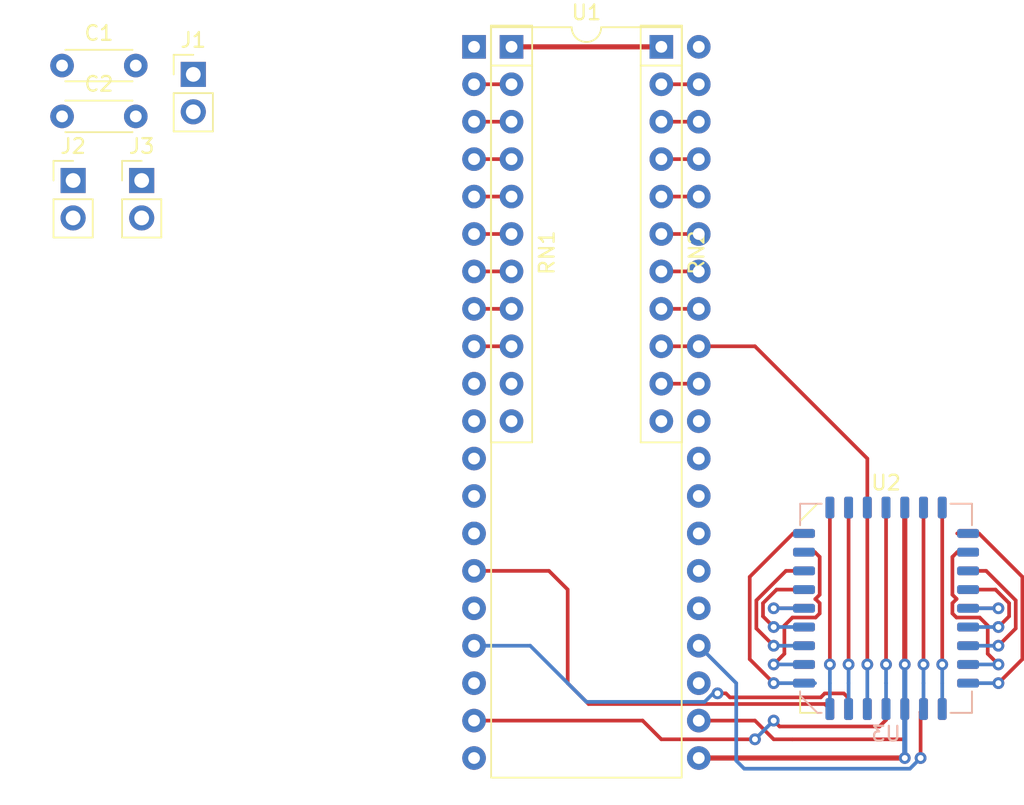
<source format=kicad_pcb>
(kicad_pcb (version 20171130) (host pcbnew 5.1.5+dfsg1-2)

  (general
    (thickness 1.6)
    (drawings 0)
    (tracks 182)
    (zones 0)
    (modules 10)
    (nets 41)
  )

  (page A4)
  (layers
    (0 F.Cu signal)
    (31 B.Cu signal)
    (32 B.Adhes user)
    (33 F.Adhes user)
    (34 B.Paste user)
    (35 F.Paste user)
    (36 B.SilkS user)
    (37 F.SilkS user)
    (38 B.Mask user)
    (39 F.Mask user)
    (40 Dwgs.User user)
    (41 Cmts.User user)
    (42 Eco1.User user)
    (43 Eco2.User user)
    (44 Edge.Cuts user)
    (45 Margin user)
    (46 B.CrtYd user)
    (47 F.CrtYd user)
    (48 B.Fab user)
    (49 F.Fab user)
  )

  (setup
    (last_trace_width 0.25)
    (trace_clearance 0.2)
    (zone_clearance 0.508)
    (zone_45_only no)
    (trace_min 0.2)
    (via_size 0.8)
    (via_drill 0.4)
    (via_min_size 0.4)
    (via_min_drill 0.3)
    (uvia_size 0.3)
    (uvia_drill 0.1)
    (uvias_allowed no)
    (uvia_min_size 0.2)
    (uvia_min_drill 0.1)
    (edge_width 0.1)
    (segment_width 0.2)
    (pcb_text_width 0.3)
    (pcb_text_size 1.5 1.5)
    (mod_edge_width 0.15)
    (mod_text_size 1 1)
    (mod_text_width 0.15)
    (pad_size 1.524 1.524)
    (pad_drill 0.762)
    (pad_to_mask_clearance 0)
    (aux_axis_origin 0 0)
    (visible_elements 7FFFFFFF)
    (pcbplotparams
      (layerselection 0x010fc_ffffffff)
      (usegerberextensions false)
      (usegerberattributes false)
      (usegerberadvancedattributes false)
      (creategerberjobfile false)
      (excludeedgelayer true)
      (linewidth 0.100000)
      (plotframeref false)
      (viasonmask false)
      (mode 1)
      (useauxorigin false)
      (hpglpennumber 1)
      (hpglpenspeed 20)
      (hpglpendiameter 15.000000)
      (psnegative false)
      (psa4output false)
      (plotreference true)
      (plotvalue true)
      (plotinvisibletext false)
      (padsonsilk false)
      (subtractmaskfromsilk false)
      (outputformat 1)
      (mirror false)
      (drillshape 1)
      (scaleselection 1)
      (outputdirectory ""))
  )

  (net 0 "")
  (net 1 GND)
  (net 2 VCC)
  (net 3 /A18)
  (net 4 /A19)
  (net 5 /A8)
  (net 6 /A0)
  (net 7 /A1)
  (net 8 /A2)
  (net 9 /A3)
  (net 10 /A4)
  (net 11 /A5)
  (net 12 /A6)
  (net 13 /A7)
  (net 14 /A17)
  (net 15 /A16)
  (net 16 /A15)
  (net 17 /A14)
  (net 18 /A13)
  (net 19 /A12)
  (net 20 /A11)
  (net 21 /A10)
  (net 22 /A9)
  (net 23 /D3-H)
  (net 24 /D3-L)
  (net 25 /D2-H)
  (net 26 /D2-L)
  (net 27 /D1-H)
  (net 28 /D1-L)
  (net 29 /D0-H)
  (net 30 /D0-L)
  (net 31 /~OE)
  (net 32 /~CE)
  (net 33 /D7-H)
  (net 34 /D7-L)
  (net 35 /D6-H)
  (net 36 /D6-L)
  (net 37 /D5-H)
  (net 38 /D5-L)
  (net 39 /D4-H)
  (net 40 /D4-L)

  (net_class Default "This is the default net class."
    (clearance 0.2)
    (trace_width 0.25)
    (via_dia 0.8)
    (via_drill 0.4)
    (uvia_dia 0.3)
    (uvia_drill 0.1)
    (add_net /A0)
    (add_net /A1)
    (add_net /A10)
    (add_net /A11)
    (add_net /A12)
    (add_net /A13)
    (add_net /A14)
    (add_net /A15)
    (add_net /A16)
    (add_net /A17)
    (add_net /A18)
    (add_net /A19)
    (add_net /A2)
    (add_net /A3)
    (add_net /A4)
    (add_net /A5)
    (add_net /A6)
    (add_net /A7)
    (add_net /A8)
    (add_net /A9)
    (add_net /D0-H)
    (add_net /D0-L)
    (add_net /D1-H)
    (add_net /D1-L)
    (add_net /D2-H)
    (add_net /D2-L)
    (add_net /D3-H)
    (add_net /D3-L)
    (add_net /D4-H)
    (add_net /D4-L)
    (add_net /D5-H)
    (add_net /D5-L)
    (add_net /D6-H)
    (add_net /D6-L)
    (add_net /D7-H)
    (add_net /D7-L)
    (add_net /~CE)
    (add_net /~OE)
  )

  (net_class POWER ""
    (clearance 0.2)
    (trace_width 0.35)
    (via_dia 0.8)
    (via_drill 0.4)
    (uvia_dia 0.3)
    (uvia_drill 0.1)
    (add_net GND)
    (add_net VCC)
  )

  (module Package_LCC:PLCC-32_11.4x14.0mm_P1.27mm (layer B.Cu) (tedit 5B298677) (tstamp 5E2AD0CA)
    (at 138.43 113.03)
    (descr "PLCC, 32 Pin (http://ww1.microchip.com/downloads/en/DeviceDoc/doc0015.pdf), generated with kicad-footprint-generator ipc_plcc_jLead_generator.py")
    (tags "PLCC LCC")
    (path /5E28F9D8)
    (attr smd)
    (fp_text reference U3 (at 0 8.52) (layer B.SilkS)
      (effects (font (size 1 1) (thickness 0.15)) (justify mirror))
    )
    (fp_text value 27C080-L (at 0 -8.52) (layer B.Fab)
      (effects (font (size 1 1) (thickness 0.15)) (justify mirror))
    )
    (fp_text user %R (at 0 0) (layer B.Fab)
      (effects (font (size 1 1) (thickness 0.15)) (justify mirror))
    )
    (fp_line (start -6.55 5.63) (end -6.55 0) (layer B.CrtYd) (width 0.05))
    (fp_line (start -5.96 5.63) (end -6.55 5.63) (layer B.CrtYd) (width 0.05))
    (fp_line (start -5.96 5.95) (end -5.96 5.63) (layer B.CrtYd) (width 0.05))
    (fp_line (start -4.68 7.23) (end -5.96 5.95) (layer B.CrtYd) (width 0.05))
    (fp_line (start -4.36 7.23) (end -4.68 7.23) (layer B.CrtYd) (width 0.05))
    (fp_line (start -4.36 7.82) (end -4.36 7.23) (layer B.CrtYd) (width 0.05))
    (fp_line (start 0 7.82) (end -4.36 7.82) (layer B.CrtYd) (width 0.05))
    (fp_line (start 6.55 -5.63) (end 6.55 0) (layer B.CrtYd) (width 0.05))
    (fp_line (start 5.96 -5.63) (end 6.55 -5.63) (layer B.CrtYd) (width 0.05))
    (fp_line (start 5.96 -7.23) (end 5.96 -5.63) (layer B.CrtYd) (width 0.05))
    (fp_line (start 4.36 -7.23) (end 5.96 -7.23) (layer B.CrtYd) (width 0.05))
    (fp_line (start 4.36 -7.82) (end 4.36 -7.23) (layer B.CrtYd) (width 0.05))
    (fp_line (start 0 -7.82) (end 4.36 -7.82) (layer B.CrtYd) (width 0.05))
    (fp_line (start -6.55 -5.63) (end -6.55 0) (layer B.CrtYd) (width 0.05))
    (fp_line (start -5.96 -5.63) (end -6.55 -5.63) (layer B.CrtYd) (width 0.05))
    (fp_line (start -5.96 -7.23) (end -5.96 -5.63) (layer B.CrtYd) (width 0.05))
    (fp_line (start -4.36 -7.23) (end -5.96 -7.23) (layer B.CrtYd) (width 0.05))
    (fp_line (start -4.36 -7.82) (end -4.36 -7.23) (layer B.CrtYd) (width 0.05))
    (fp_line (start 0 -7.82) (end -4.36 -7.82) (layer B.CrtYd) (width 0.05))
    (fp_line (start 6.55 5.63) (end 6.55 0) (layer B.CrtYd) (width 0.05))
    (fp_line (start 5.96 5.63) (end 6.55 5.63) (layer B.CrtYd) (width 0.05))
    (fp_line (start 5.96 7.23) (end 5.96 5.63) (layer B.CrtYd) (width 0.05))
    (fp_line (start 4.36 7.23) (end 5.96 7.23) (layer B.CrtYd) (width 0.05))
    (fp_line (start 4.36 7.82) (end 4.36 7.23) (layer B.CrtYd) (width 0.05))
    (fp_line (start 0 7.82) (end 4.36 7.82) (layer B.CrtYd) (width 0.05))
    (fp_line (start -0.5 6.985) (end 0 6.277893) (layer B.Fab) (width 0.1))
    (fp_line (start -4.575 6.985) (end -0.5 6.985) (layer B.Fab) (width 0.1))
    (fp_line (start -5.715 5.845) (end -4.575 6.985) (layer B.Fab) (width 0.1))
    (fp_line (start -5.715 -6.985) (end -5.715 5.845) (layer B.Fab) (width 0.1))
    (fp_line (start 5.715 -6.985) (end -5.715 -6.985) (layer B.Fab) (width 0.1))
    (fp_line (start 5.715 6.985) (end 5.715 -6.985) (layer B.Fab) (width 0.1))
    (fp_line (start 0.5 6.985) (end 5.715 6.985) (layer B.Fab) (width 0.1))
    (fp_line (start 0 6.277893) (end 0.5 6.985) (layer B.Fab) (width 0.1))
    (fp_line (start -5.825 5.922782) (end -5.825 5.64) (layer B.SilkS) (width 0.12))
    (fp_line (start -4.652782 7.095) (end -5.825 5.922782) (layer B.SilkS) (width 0.12))
    (fp_line (start -4.37 7.095) (end -4.652782 7.095) (layer B.SilkS) (width 0.12))
    (fp_line (start 5.825 -7.095) (end 5.825 -5.64) (layer B.SilkS) (width 0.12))
    (fp_line (start 4.37 -7.095) (end 5.825 -7.095) (layer B.SilkS) (width 0.12))
    (fp_line (start -5.825 -7.095) (end -5.825 -5.64) (layer B.SilkS) (width 0.12))
    (fp_line (start -4.37 -7.095) (end -5.825 -7.095) (layer B.SilkS) (width 0.12))
    (fp_line (start 5.825 7.095) (end 5.825 5.64) (layer B.SilkS) (width 0.12))
    (fp_line (start 4.37 7.095) (end 5.825 7.095) (layer B.SilkS) (width 0.12))
    (pad 32 smd roundrect (at 1.27 6.8375) (size 0.6 1.475) (layers B.Cu B.Paste B.Mask) (roundrect_rratio 0.25)
      (net 2 VCC))
    (pad 31 smd roundrect (at 2.54 6.8375) (size 0.6 1.475) (layers B.Cu B.Paste B.Mask) (roundrect_rratio 0.25)
      (net 3 /A18))
    (pad 30 smd roundrect (at 3.81 6.8375) (size 0.6 1.475) (layers B.Cu B.Paste B.Mask) (roundrect_rratio 0.25)
      (net 14 /A17))
    (pad 29 smd roundrect (at 5.5625 5.08) (size 1.475 0.6) (layers B.Cu B.Paste B.Mask) (roundrect_rratio 0.25)
      (net 17 /A14))
    (pad 28 smd roundrect (at 5.5625 3.81) (size 1.475 0.6) (layers B.Cu B.Paste B.Mask) (roundrect_rratio 0.25)
      (net 18 /A13))
    (pad 27 smd roundrect (at 5.5625 2.54) (size 1.475 0.6) (layers B.Cu B.Paste B.Mask) (roundrect_rratio 0.25)
      (net 5 /A8))
    (pad 26 smd roundrect (at 5.5625 1.27) (size 1.475 0.6) (layers B.Cu B.Paste B.Mask) (roundrect_rratio 0.25)
      (net 22 /A9))
    (pad 25 smd roundrect (at 5.5625 0) (size 1.475 0.6) (layers B.Cu B.Paste B.Mask) (roundrect_rratio 0.25)
      (net 20 /A11))
    (pad 24 smd roundrect (at 5.5625 -1.27) (size 1.475 0.6) (layers B.Cu B.Paste B.Mask) (roundrect_rratio 0.25)
      (net 31 /~OE))
    (pad 23 smd roundrect (at 5.5625 -2.54) (size 1.475 0.6) (layers B.Cu B.Paste B.Mask) (roundrect_rratio 0.25)
      (net 21 /A10))
    (pad 22 smd roundrect (at 5.5625 -3.81) (size 1.475 0.6) (layers B.Cu B.Paste B.Mask) (roundrect_rratio 0.25)
      (net 32 /~CE))
    (pad 21 smd roundrect (at 5.5625 -5.08) (size 1.475 0.6) (layers B.Cu B.Paste B.Mask) (roundrect_rratio 0.25)
      (net 33 /D7-H))
    (pad 20 smd roundrect (at 3.81 -6.8375) (size 0.6 1.475) (layers B.Cu B.Paste B.Mask) (roundrect_rratio 0.25)
      (net 35 /D6-H))
    (pad 19 smd roundrect (at 2.54 -6.8375) (size 0.6 1.475) (layers B.Cu B.Paste B.Mask) (roundrect_rratio 0.25)
      (net 37 /D5-H))
    (pad 18 smd roundrect (at 1.27 -6.8375) (size 0.6 1.475) (layers B.Cu B.Paste B.Mask) (roundrect_rratio 0.25)
      (net 39 /D4-H))
    (pad 17 smd roundrect (at 0 -6.8375) (size 0.6 1.475) (layers B.Cu B.Paste B.Mask) (roundrect_rratio 0.25)
      (net 23 /D3-H))
    (pad 16 smd roundrect (at -1.27 -6.8375) (size 0.6 1.475) (layers B.Cu B.Paste B.Mask) (roundrect_rratio 0.25)
      (net 1 GND))
    (pad 15 smd roundrect (at -2.54 -6.8375) (size 0.6 1.475) (layers B.Cu B.Paste B.Mask) (roundrect_rratio 0.25)
      (net 25 /D2-H))
    (pad 14 smd roundrect (at -3.81 -6.8375) (size 0.6 1.475) (layers B.Cu B.Paste B.Mask) (roundrect_rratio 0.25)
      (net 27 /D1-H))
    (pad 13 smd roundrect (at -5.5625 -5.08) (size 1.475 0.6) (layers B.Cu B.Paste B.Mask) (roundrect_rratio 0.25)
      (net 29 /D0-H))
    (pad 12 smd roundrect (at -5.5625 -3.81) (size 1.475 0.6) (layers B.Cu B.Paste B.Mask) (roundrect_rratio 0.25)
      (net 6 /A0))
    (pad 11 smd roundrect (at -5.5625 -2.54) (size 1.475 0.6) (layers B.Cu B.Paste B.Mask) (roundrect_rratio 0.25)
      (net 7 /A1))
    (pad 10 smd roundrect (at -5.5625 -1.27) (size 1.475 0.6) (layers B.Cu B.Paste B.Mask) (roundrect_rratio 0.25)
      (net 8 /A2))
    (pad 9 smd roundrect (at -5.5625 0) (size 1.475 0.6) (layers B.Cu B.Paste B.Mask) (roundrect_rratio 0.25)
      (net 9 /A3))
    (pad 8 smd roundrect (at -5.5625 1.27) (size 1.475 0.6) (layers B.Cu B.Paste B.Mask) (roundrect_rratio 0.25)
      (net 10 /A4))
    (pad 7 smd roundrect (at -5.5625 2.54) (size 1.475 0.6) (layers B.Cu B.Paste B.Mask) (roundrect_rratio 0.25)
      (net 11 /A5))
    (pad 6 smd roundrect (at -5.5625 3.81) (size 1.475 0.6) (layers B.Cu B.Paste B.Mask) (roundrect_rratio 0.25)
      (net 12 /A6))
    (pad 5 smd roundrect (at -5.5625 5.08) (size 1.475 0.6) (layers B.Cu B.Paste B.Mask) (roundrect_rratio 0.25)
      (net 13 /A7))
    (pad 4 smd roundrect (at -3.81 6.8375) (size 0.6 1.475) (layers B.Cu B.Paste B.Mask) (roundrect_rratio 0.25)
      (net 19 /A12))
    (pad 3 smd roundrect (at -2.54 6.8375) (size 0.6 1.475) (layers B.Cu B.Paste B.Mask) (roundrect_rratio 0.25)
      (net 16 /A15))
    (pad 2 smd roundrect (at -1.27 6.8375) (size 0.6 1.475) (layers B.Cu B.Paste B.Mask) (roundrect_rratio 0.25)
      (net 15 /A16))
    (pad 1 smd roundrect (at 0 6.8375) (size 0.6 1.475) (layers B.Cu B.Paste B.Mask) (roundrect_rratio 0.25)
      (net 4 /A19))
    (model ${KISYS3DMOD}/Package_LCC.3dshapes/PLCC-32_11.4x14.0mm_P1.27mm.wrl
      (at (xyz 0 0 0))
      (scale (xyz 1 1 1))
      (rotate (xyz 0 0 0))
    )
  )

  (module Package_LCC:PLCC-32_11.4x14.0mm_P1.27mm (layer F.Cu) (tedit 5B298677) (tstamp 5E2AD07B)
    (at 138.43 113.03)
    (descr "PLCC, 32 Pin (http://ww1.microchip.com/downloads/en/DeviceDoc/doc0015.pdf), generated with kicad-footprint-generator ipc_plcc_jLead_generator.py")
    (tags "PLCC LCC")
    (path /5E300279)
    (attr smd)
    (fp_text reference U2 (at 0 -8.52) (layer F.SilkS)
      (effects (font (size 1 1) (thickness 0.15)))
    )
    (fp_text value 27C080-L (at 0 8.52) (layer F.Fab)
      (effects (font (size 1 1) (thickness 0.15)))
    )
    (fp_text user %R (at 0 0) (layer F.Fab)
      (effects (font (size 1 1) (thickness 0.15)))
    )
    (fp_line (start -6.55 -5.63) (end -6.55 0) (layer F.CrtYd) (width 0.05))
    (fp_line (start -5.96 -5.63) (end -6.55 -5.63) (layer F.CrtYd) (width 0.05))
    (fp_line (start -5.96 -5.95) (end -5.96 -5.63) (layer F.CrtYd) (width 0.05))
    (fp_line (start -4.68 -7.23) (end -5.96 -5.95) (layer F.CrtYd) (width 0.05))
    (fp_line (start -4.36 -7.23) (end -4.68 -7.23) (layer F.CrtYd) (width 0.05))
    (fp_line (start -4.36 -7.82) (end -4.36 -7.23) (layer F.CrtYd) (width 0.05))
    (fp_line (start 0 -7.82) (end -4.36 -7.82) (layer F.CrtYd) (width 0.05))
    (fp_line (start 6.55 5.63) (end 6.55 0) (layer F.CrtYd) (width 0.05))
    (fp_line (start 5.96 5.63) (end 6.55 5.63) (layer F.CrtYd) (width 0.05))
    (fp_line (start 5.96 7.23) (end 5.96 5.63) (layer F.CrtYd) (width 0.05))
    (fp_line (start 4.36 7.23) (end 5.96 7.23) (layer F.CrtYd) (width 0.05))
    (fp_line (start 4.36 7.82) (end 4.36 7.23) (layer F.CrtYd) (width 0.05))
    (fp_line (start 0 7.82) (end 4.36 7.82) (layer F.CrtYd) (width 0.05))
    (fp_line (start -6.55 5.63) (end -6.55 0) (layer F.CrtYd) (width 0.05))
    (fp_line (start -5.96 5.63) (end -6.55 5.63) (layer F.CrtYd) (width 0.05))
    (fp_line (start -5.96 7.23) (end -5.96 5.63) (layer F.CrtYd) (width 0.05))
    (fp_line (start -4.36 7.23) (end -5.96 7.23) (layer F.CrtYd) (width 0.05))
    (fp_line (start -4.36 7.82) (end -4.36 7.23) (layer F.CrtYd) (width 0.05))
    (fp_line (start 0 7.82) (end -4.36 7.82) (layer F.CrtYd) (width 0.05))
    (fp_line (start 6.55 -5.63) (end 6.55 0) (layer F.CrtYd) (width 0.05))
    (fp_line (start 5.96 -5.63) (end 6.55 -5.63) (layer F.CrtYd) (width 0.05))
    (fp_line (start 5.96 -7.23) (end 5.96 -5.63) (layer F.CrtYd) (width 0.05))
    (fp_line (start 4.36 -7.23) (end 5.96 -7.23) (layer F.CrtYd) (width 0.05))
    (fp_line (start 4.36 -7.82) (end 4.36 -7.23) (layer F.CrtYd) (width 0.05))
    (fp_line (start 0 -7.82) (end 4.36 -7.82) (layer F.CrtYd) (width 0.05))
    (fp_line (start -0.5 -6.985) (end 0 -6.277893) (layer F.Fab) (width 0.1))
    (fp_line (start -4.575 -6.985) (end -0.5 -6.985) (layer F.Fab) (width 0.1))
    (fp_line (start -5.715 -5.845) (end -4.575 -6.985) (layer F.Fab) (width 0.1))
    (fp_line (start -5.715 6.985) (end -5.715 -5.845) (layer F.Fab) (width 0.1))
    (fp_line (start 5.715 6.985) (end -5.715 6.985) (layer F.Fab) (width 0.1))
    (fp_line (start 5.715 -6.985) (end 5.715 6.985) (layer F.Fab) (width 0.1))
    (fp_line (start 0.5 -6.985) (end 5.715 -6.985) (layer F.Fab) (width 0.1))
    (fp_line (start 0 -6.277893) (end 0.5 -6.985) (layer F.Fab) (width 0.1))
    (fp_line (start -5.825 -5.922782) (end -5.825 -5.64) (layer F.SilkS) (width 0.12))
    (fp_line (start -4.652782 -7.095) (end -5.825 -5.922782) (layer F.SilkS) (width 0.12))
    (fp_line (start -4.37 -7.095) (end -4.652782 -7.095) (layer F.SilkS) (width 0.12))
    (fp_line (start 5.825 7.095) (end 5.825 5.64) (layer F.SilkS) (width 0.12))
    (fp_line (start 4.37 7.095) (end 5.825 7.095) (layer F.SilkS) (width 0.12))
    (fp_line (start -5.825 7.095) (end -5.825 5.64) (layer F.SilkS) (width 0.12))
    (fp_line (start -4.37 7.095) (end -5.825 7.095) (layer F.SilkS) (width 0.12))
    (fp_line (start 5.825 -7.095) (end 5.825 -5.64) (layer F.SilkS) (width 0.12))
    (fp_line (start 4.37 -7.095) (end 5.825 -7.095) (layer F.SilkS) (width 0.12))
    (pad 32 smd roundrect (at 1.27 -6.8375) (size 0.6 1.475) (layers F.Cu F.Paste F.Mask) (roundrect_rratio 0.25)
      (net 2 VCC))
    (pad 31 smd roundrect (at 2.54 -6.8375) (size 0.6 1.475) (layers F.Cu F.Paste F.Mask) (roundrect_rratio 0.25)
      (net 3 /A18))
    (pad 30 smd roundrect (at 3.81 -6.8375) (size 0.6 1.475) (layers F.Cu F.Paste F.Mask) (roundrect_rratio 0.25)
      (net 14 /A17))
    (pad 29 smd roundrect (at 5.5625 -5.08) (size 1.475 0.6) (layers F.Cu F.Paste F.Mask) (roundrect_rratio 0.25)
      (net 17 /A14))
    (pad 28 smd roundrect (at 5.5625 -3.81) (size 1.475 0.6) (layers F.Cu F.Paste F.Mask) (roundrect_rratio 0.25)
      (net 18 /A13))
    (pad 27 smd roundrect (at 5.5625 -2.54) (size 1.475 0.6) (layers F.Cu F.Paste F.Mask) (roundrect_rratio 0.25)
      (net 5 /A8))
    (pad 26 smd roundrect (at 5.5625 -1.27) (size 1.475 0.6) (layers F.Cu F.Paste F.Mask) (roundrect_rratio 0.25)
      (net 22 /A9))
    (pad 25 smd roundrect (at 5.5625 0) (size 1.475 0.6) (layers F.Cu F.Paste F.Mask) (roundrect_rratio 0.25)
      (net 20 /A11))
    (pad 24 smd roundrect (at 5.5625 1.27) (size 1.475 0.6) (layers F.Cu F.Paste F.Mask) (roundrect_rratio 0.25)
      (net 31 /~OE))
    (pad 23 smd roundrect (at 5.5625 2.54) (size 1.475 0.6) (layers F.Cu F.Paste F.Mask) (roundrect_rratio 0.25)
      (net 21 /A10))
    (pad 22 smd roundrect (at 5.5625 3.81) (size 1.475 0.6) (layers F.Cu F.Paste F.Mask) (roundrect_rratio 0.25)
      (net 32 /~CE))
    (pad 21 smd roundrect (at 5.5625 5.08) (size 1.475 0.6) (layers F.Cu F.Paste F.Mask) (roundrect_rratio 0.25)
      (net 34 /D7-L))
    (pad 20 smd roundrect (at 3.81 6.8375) (size 0.6 1.475) (layers F.Cu F.Paste F.Mask) (roundrect_rratio 0.25)
      (net 36 /D6-L))
    (pad 19 smd roundrect (at 2.54 6.8375) (size 0.6 1.475) (layers F.Cu F.Paste F.Mask) (roundrect_rratio 0.25)
      (net 38 /D5-L))
    (pad 18 smd roundrect (at 1.27 6.8375) (size 0.6 1.475) (layers F.Cu F.Paste F.Mask) (roundrect_rratio 0.25)
      (net 40 /D4-L))
    (pad 17 smd roundrect (at 0 6.8375) (size 0.6 1.475) (layers F.Cu F.Paste F.Mask) (roundrect_rratio 0.25)
      (net 24 /D3-L))
    (pad 16 smd roundrect (at -1.27 6.8375) (size 0.6 1.475) (layers F.Cu F.Paste F.Mask) (roundrect_rratio 0.25)
      (net 1 GND))
    (pad 15 smd roundrect (at -2.54 6.8375) (size 0.6 1.475) (layers F.Cu F.Paste F.Mask) (roundrect_rratio 0.25)
      (net 26 /D2-L))
    (pad 14 smd roundrect (at -3.81 6.8375) (size 0.6 1.475) (layers F.Cu F.Paste F.Mask) (roundrect_rratio 0.25)
      (net 28 /D1-L))
    (pad 13 smd roundrect (at -5.5625 5.08) (size 1.475 0.6) (layers F.Cu F.Paste F.Mask) (roundrect_rratio 0.25)
      (net 30 /D0-L))
    (pad 12 smd roundrect (at -5.5625 3.81) (size 1.475 0.6) (layers F.Cu F.Paste F.Mask) (roundrect_rratio 0.25)
      (net 6 /A0))
    (pad 11 smd roundrect (at -5.5625 2.54) (size 1.475 0.6) (layers F.Cu F.Paste F.Mask) (roundrect_rratio 0.25)
      (net 7 /A1))
    (pad 10 smd roundrect (at -5.5625 1.27) (size 1.475 0.6) (layers F.Cu F.Paste F.Mask) (roundrect_rratio 0.25)
      (net 8 /A2))
    (pad 9 smd roundrect (at -5.5625 0) (size 1.475 0.6) (layers F.Cu F.Paste F.Mask) (roundrect_rratio 0.25)
      (net 9 /A3))
    (pad 8 smd roundrect (at -5.5625 -1.27) (size 1.475 0.6) (layers F.Cu F.Paste F.Mask) (roundrect_rratio 0.25)
      (net 10 /A4))
    (pad 7 smd roundrect (at -5.5625 -2.54) (size 1.475 0.6) (layers F.Cu F.Paste F.Mask) (roundrect_rratio 0.25)
      (net 11 /A5))
    (pad 6 smd roundrect (at -5.5625 -3.81) (size 1.475 0.6) (layers F.Cu F.Paste F.Mask) (roundrect_rratio 0.25)
      (net 12 /A6))
    (pad 5 smd roundrect (at -5.5625 -5.08) (size 1.475 0.6) (layers F.Cu F.Paste F.Mask) (roundrect_rratio 0.25)
      (net 13 /A7))
    (pad 4 smd roundrect (at -3.81 -6.8375) (size 0.6 1.475) (layers F.Cu F.Paste F.Mask) (roundrect_rratio 0.25)
      (net 19 /A12))
    (pad 3 smd roundrect (at -2.54 -6.8375) (size 0.6 1.475) (layers F.Cu F.Paste F.Mask) (roundrect_rratio 0.25)
      (net 16 /A15))
    (pad 2 smd roundrect (at -1.27 -6.8375) (size 0.6 1.475) (layers F.Cu F.Paste F.Mask) (roundrect_rratio 0.25)
      (net 15 /A16))
    (pad 1 smd roundrect (at 0 -6.8375) (size 0.6 1.475) (layers F.Cu F.Paste F.Mask) (roundrect_rratio 0.25)
      (net 4 /A19))
    (model ${KISYS3DMOD}/Package_LCC.3dshapes/PLCC-32_11.4x14.0mm_P1.27mm.wrl
      (at (xyz 0 0 0))
      (scale (xyz 1 1 1))
      (rotate (xyz 0 0 0))
    )
  )

  (module Package_DIP:DIP-40_W15.24mm (layer F.Cu) (tedit 5A02E8C5) (tstamp 5E2AD02C)
    (at 110.49 74.93)
    (descr "40-lead though-hole mounted DIP package, row spacing 15.24 mm (600 mils)")
    (tags "THT DIP DIL PDIP 2.54mm 15.24mm 600mil")
    (path /5E2A2852)
    (fp_text reference U1 (at 7.62 -2.33) (layer F.SilkS)
      (effects (font (size 1 1) (thickness 0.15)))
    )
    (fp_text value 27C400-A500 (at 7.62 50.59) (layer F.Fab)
      (effects (font (size 1 1) (thickness 0.15)))
    )
    (fp_text user %R (at 7.62 24.13) (layer F.Fab)
      (effects (font (size 1 1) (thickness 0.15)))
    )
    (fp_line (start 16.3 -1.55) (end -1.05 -1.55) (layer F.CrtYd) (width 0.05))
    (fp_line (start 16.3 49.8) (end 16.3 -1.55) (layer F.CrtYd) (width 0.05))
    (fp_line (start -1.05 49.8) (end 16.3 49.8) (layer F.CrtYd) (width 0.05))
    (fp_line (start -1.05 -1.55) (end -1.05 49.8) (layer F.CrtYd) (width 0.05))
    (fp_line (start 14.08 -1.33) (end 8.62 -1.33) (layer F.SilkS) (width 0.12))
    (fp_line (start 14.08 49.59) (end 14.08 -1.33) (layer F.SilkS) (width 0.12))
    (fp_line (start 1.16 49.59) (end 14.08 49.59) (layer F.SilkS) (width 0.12))
    (fp_line (start 1.16 -1.33) (end 1.16 49.59) (layer F.SilkS) (width 0.12))
    (fp_line (start 6.62 -1.33) (end 1.16 -1.33) (layer F.SilkS) (width 0.12))
    (fp_line (start 0.255 -0.27) (end 1.255 -1.27) (layer F.Fab) (width 0.1))
    (fp_line (start 0.255 49.53) (end 0.255 -0.27) (layer F.Fab) (width 0.1))
    (fp_line (start 14.985 49.53) (end 0.255 49.53) (layer F.Fab) (width 0.1))
    (fp_line (start 14.985 -1.27) (end 14.985 49.53) (layer F.Fab) (width 0.1))
    (fp_line (start 1.255 -1.27) (end 14.985 -1.27) (layer F.Fab) (width 0.1))
    (fp_arc (start 7.62 -1.33) (end 6.62 -1.33) (angle -180) (layer F.SilkS) (width 0.12))
    (pad 40 thru_hole oval (at 15.24 0) (size 1.6 1.6) (drill 0.8) (layers *.Cu *.Mask)
      (net 5 /A8))
    (pad 20 thru_hole oval (at 0 48.26) (size 1.6 1.6) (drill 0.8) (layers *.Cu *.Mask)
      (net 23 /D3-H))
    (pad 39 thru_hole oval (at 15.24 2.54) (size 1.6 1.6) (drill 0.8) (layers *.Cu *.Mask)
      (net 22 /A9))
    (pad 19 thru_hole oval (at 0 45.72) (size 1.6 1.6) (drill 0.8) (layers *.Cu *.Mask)
      (net 24 /D3-L))
    (pad 38 thru_hole oval (at 15.24 5.08) (size 1.6 1.6) (drill 0.8) (layers *.Cu *.Mask)
      (net 21 /A10))
    (pad 18 thru_hole oval (at 0 43.18) (size 1.6 1.6) (drill 0.8) (layers *.Cu *.Mask)
      (net 25 /D2-H))
    (pad 37 thru_hole oval (at 15.24 7.62) (size 1.6 1.6) (drill 0.8) (layers *.Cu *.Mask)
      (net 20 /A11))
    (pad 17 thru_hole oval (at 0 40.64) (size 1.6 1.6) (drill 0.8) (layers *.Cu *.Mask)
      (net 26 /D2-L))
    (pad 36 thru_hole oval (at 15.24 10.16) (size 1.6 1.6) (drill 0.8) (layers *.Cu *.Mask)
      (net 19 /A12))
    (pad 16 thru_hole oval (at 0 38.1) (size 1.6 1.6) (drill 0.8) (layers *.Cu *.Mask)
      (net 27 /D1-H))
    (pad 35 thru_hole oval (at 15.24 12.7) (size 1.6 1.6) (drill 0.8) (layers *.Cu *.Mask)
      (net 18 /A13))
    (pad 15 thru_hole oval (at 0 35.56) (size 1.6 1.6) (drill 0.8) (layers *.Cu *.Mask)
      (net 28 /D1-L))
    (pad 34 thru_hole oval (at 15.24 15.24) (size 1.6 1.6) (drill 0.8) (layers *.Cu *.Mask)
      (net 17 /A14))
    (pad 14 thru_hole oval (at 0 33.02) (size 1.6 1.6) (drill 0.8) (layers *.Cu *.Mask)
      (net 29 /D0-H))
    (pad 33 thru_hole oval (at 15.24 17.78) (size 1.6 1.6) (drill 0.8) (layers *.Cu *.Mask)
      (net 16 /A15))
    (pad 13 thru_hole oval (at 0 30.48) (size 1.6 1.6) (drill 0.8) (layers *.Cu *.Mask)
      (net 30 /D0-L))
    (pad 32 thru_hole oval (at 15.24 20.32) (size 1.6 1.6) (drill 0.8) (layers *.Cu *.Mask)
      (net 15 /A16))
    (pad 12 thru_hole oval (at 0 27.94) (size 1.6 1.6) (drill 0.8) (layers *.Cu *.Mask)
      (net 31 /~OE))
    (pad 31 thru_hole oval (at 15.24 22.86) (size 1.6 1.6) (drill 0.8) (layers *.Cu *.Mask)
      (net 14 /A17))
    (pad 11 thru_hole oval (at 0 25.4) (size 1.6 1.6) (drill 0.8) (layers *.Cu *.Mask)
      (net 1 GND))
    (pad 30 thru_hole oval (at 15.24 25.4) (size 1.6 1.6) (drill 0.8) (layers *.Cu *.Mask)
      (net 1 GND))
    (pad 10 thru_hole oval (at 0 22.86) (size 1.6 1.6) (drill 0.8) (layers *.Cu *.Mask)
      (net 32 /~CE))
    (pad 29 thru_hole oval (at 15.24 27.94) (size 1.6 1.6) (drill 0.8) (layers *.Cu *.Mask)
      (net 33 /D7-H))
    (pad 9 thru_hole oval (at 0 20.32) (size 1.6 1.6) (drill 0.8) (layers *.Cu *.Mask)
      (net 6 /A0))
    (pad 28 thru_hole oval (at 15.24 30.48) (size 1.6 1.6) (drill 0.8) (layers *.Cu *.Mask)
      (net 34 /D7-L))
    (pad 8 thru_hole oval (at 0 17.78) (size 1.6 1.6) (drill 0.8) (layers *.Cu *.Mask)
      (net 7 /A1))
    (pad 27 thru_hole oval (at 15.24 33.02) (size 1.6 1.6) (drill 0.8) (layers *.Cu *.Mask)
      (net 35 /D6-H))
    (pad 7 thru_hole oval (at 0 15.24) (size 1.6 1.6) (drill 0.8) (layers *.Cu *.Mask)
      (net 8 /A2))
    (pad 26 thru_hole oval (at 15.24 35.56) (size 1.6 1.6) (drill 0.8) (layers *.Cu *.Mask)
      (net 36 /D6-L))
    (pad 6 thru_hole oval (at 0 12.7) (size 1.6 1.6) (drill 0.8) (layers *.Cu *.Mask)
      (net 9 /A3))
    (pad 25 thru_hole oval (at 15.24 38.1) (size 1.6 1.6) (drill 0.8) (layers *.Cu *.Mask)
      (net 37 /D5-H))
    (pad 5 thru_hole oval (at 0 10.16) (size 1.6 1.6) (drill 0.8) (layers *.Cu *.Mask)
      (net 10 /A4))
    (pad 24 thru_hole oval (at 15.24 40.64) (size 1.6 1.6) (drill 0.8) (layers *.Cu *.Mask)
      (net 38 /D5-L))
    (pad 4 thru_hole oval (at 0 7.62) (size 1.6 1.6) (drill 0.8) (layers *.Cu *.Mask)
      (net 11 /A5))
    (pad 23 thru_hole oval (at 15.24 43.18) (size 1.6 1.6) (drill 0.8) (layers *.Cu *.Mask)
      (net 39 /D4-H))
    (pad 3 thru_hole oval (at 0 5.08) (size 1.6 1.6) (drill 0.8) (layers *.Cu *.Mask)
      (net 12 /A6))
    (pad 22 thru_hole oval (at 15.24 45.72) (size 1.6 1.6) (drill 0.8) (layers *.Cu *.Mask)
      (net 40 /D4-L))
    (pad 2 thru_hole oval (at 0 2.54) (size 1.6 1.6) (drill 0.8) (layers *.Cu *.Mask)
      (net 13 /A7))
    (pad 21 thru_hole oval (at 15.24 48.26) (size 1.6 1.6) (drill 0.8) (layers *.Cu *.Mask)
      (net 2 VCC))
    (pad 1 thru_hole rect (at 0 0) (size 1.6 1.6) (drill 0.8) (layers *.Cu *.Mask))
    (model ${KISYS3DMOD}/Package_DIP.3dshapes/DIP-40_W15.24mm.wrl
      (at (xyz 0 0 0))
      (scale (xyz 1 1 1))
      (rotate (xyz 0 0 0))
    )
  )

  (module Resistor_THT:R_Array_SIP11 (layer F.Cu) (tedit 5A14249F) (tstamp 5E2ACFF0)
    (at 123.19 74.93 270)
    (descr "11-pin Resistor SIP pack")
    (tags R)
    (path /5E293912)
    (fp_text reference RN2 (at 13.97 -2.4 90) (layer F.SilkS)
      (effects (font (size 1 1) (thickness 0.15)))
    )
    (fp_text value 4k7 (at 13.97 2.4 90) (layer F.Fab)
      (effects (font (size 1 1) (thickness 0.15)))
    )
    (fp_line (start 27.1 -1.65) (end -1.7 -1.65) (layer F.CrtYd) (width 0.05))
    (fp_line (start 27.1 1.65) (end 27.1 -1.65) (layer F.CrtYd) (width 0.05))
    (fp_line (start -1.7 1.65) (end 27.1 1.65) (layer F.CrtYd) (width 0.05))
    (fp_line (start -1.7 -1.65) (end -1.7 1.65) (layer F.CrtYd) (width 0.05))
    (fp_line (start 1.27 -1.4) (end 1.27 1.4) (layer F.SilkS) (width 0.12))
    (fp_line (start 26.84 -1.4) (end -1.44 -1.4) (layer F.SilkS) (width 0.12))
    (fp_line (start 26.84 1.4) (end 26.84 -1.4) (layer F.SilkS) (width 0.12))
    (fp_line (start -1.44 1.4) (end 26.84 1.4) (layer F.SilkS) (width 0.12))
    (fp_line (start -1.44 -1.4) (end -1.44 1.4) (layer F.SilkS) (width 0.12))
    (fp_line (start 1.27 -1.25) (end 1.27 1.25) (layer F.Fab) (width 0.1))
    (fp_line (start 26.69 -1.25) (end -1.29 -1.25) (layer F.Fab) (width 0.1))
    (fp_line (start 26.69 1.25) (end 26.69 -1.25) (layer F.Fab) (width 0.1))
    (fp_line (start -1.29 1.25) (end 26.69 1.25) (layer F.Fab) (width 0.1))
    (fp_line (start -1.29 -1.25) (end -1.29 1.25) (layer F.Fab) (width 0.1))
    (fp_text user %R (at 12.7 0 90) (layer F.Fab)
      (effects (font (size 1 1) (thickness 0.15)))
    )
    (pad 11 thru_hole oval (at 25.4 0 270) (size 1.6 1.6) (drill 0.8) (layers *.Cu *.Mask)
      (net 3 /A18))
    (pad 10 thru_hole oval (at 22.86 0 270) (size 1.6 1.6) (drill 0.8) (layers *.Cu *.Mask)
      (net 14 /A17))
    (pad 9 thru_hole oval (at 20.32 0 270) (size 1.6 1.6) (drill 0.8) (layers *.Cu *.Mask)
      (net 15 /A16))
    (pad 8 thru_hole oval (at 17.78 0 270) (size 1.6 1.6) (drill 0.8) (layers *.Cu *.Mask)
      (net 16 /A15))
    (pad 7 thru_hole oval (at 15.24 0 270) (size 1.6 1.6) (drill 0.8) (layers *.Cu *.Mask)
      (net 17 /A14))
    (pad 6 thru_hole oval (at 12.7 0 270) (size 1.6 1.6) (drill 0.8) (layers *.Cu *.Mask)
      (net 18 /A13))
    (pad 5 thru_hole oval (at 10.16 0 270) (size 1.6 1.6) (drill 0.8) (layers *.Cu *.Mask)
      (net 19 /A12))
    (pad 4 thru_hole oval (at 7.62 0 270) (size 1.6 1.6) (drill 0.8) (layers *.Cu *.Mask)
      (net 20 /A11))
    (pad 3 thru_hole oval (at 5.08 0 270) (size 1.6 1.6) (drill 0.8) (layers *.Cu *.Mask)
      (net 21 /A10))
    (pad 2 thru_hole oval (at 2.54 0 270) (size 1.6 1.6) (drill 0.8) (layers *.Cu *.Mask)
      (net 22 /A9))
    (pad 1 thru_hole rect (at 0 0 270) (size 1.6 1.6) (drill 0.8) (layers *.Cu *.Mask)
      (net 2 VCC))
    (model ${KISYS3DMOD}/Resistor_THT.3dshapes/R_Array_SIP11.wrl
      (at (xyz 0 0 0))
      (scale (xyz 1 1 1))
      (rotate (xyz 0 0 0))
    )
  )

  (module Resistor_THT:R_Array_SIP11 (layer F.Cu) (tedit 5A14249F) (tstamp 5E2ACFD2)
    (at 113.03 74.93 270)
    (descr "11-pin Resistor SIP pack")
    (tags R)
    (path /5E3011D5)
    (fp_text reference RN1 (at 13.97 -2.4 90) (layer F.SilkS)
      (effects (font (size 1 1) (thickness 0.15)))
    )
    (fp_text value 4k7 (at 13.97 2.4 90) (layer F.Fab)
      (effects (font (size 1 1) (thickness 0.15)))
    )
    (fp_line (start 27.1 -1.65) (end -1.7 -1.65) (layer F.CrtYd) (width 0.05))
    (fp_line (start 27.1 1.65) (end 27.1 -1.65) (layer F.CrtYd) (width 0.05))
    (fp_line (start -1.7 1.65) (end 27.1 1.65) (layer F.CrtYd) (width 0.05))
    (fp_line (start -1.7 -1.65) (end -1.7 1.65) (layer F.CrtYd) (width 0.05))
    (fp_line (start 1.27 -1.4) (end 1.27 1.4) (layer F.SilkS) (width 0.12))
    (fp_line (start 26.84 -1.4) (end -1.44 -1.4) (layer F.SilkS) (width 0.12))
    (fp_line (start 26.84 1.4) (end 26.84 -1.4) (layer F.SilkS) (width 0.12))
    (fp_line (start -1.44 1.4) (end 26.84 1.4) (layer F.SilkS) (width 0.12))
    (fp_line (start -1.44 -1.4) (end -1.44 1.4) (layer F.SilkS) (width 0.12))
    (fp_line (start 1.27 -1.25) (end 1.27 1.25) (layer F.Fab) (width 0.1))
    (fp_line (start 26.69 -1.25) (end -1.29 -1.25) (layer F.Fab) (width 0.1))
    (fp_line (start 26.69 1.25) (end 26.69 -1.25) (layer F.Fab) (width 0.1))
    (fp_line (start -1.29 1.25) (end 26.69 1.25) (layer F.Fab) (width 0.1))
    (fp_line (start -1.29 -1.25) (end -1.29 1.25) (layer F.Fab) (width 0.1))
    (fp_text user %R (at 12.7 0 90) (layer F.Fab)
      (effects (font (size 1 1) (thickness 0.15)))
    )
    (pad 11 thru_hole oval (at 25.4 0 270) (size 1.6 1.6) (drill 0.8) (layers *.Cu *.Mask)
      (net 4 /A19))
    (pad 10 thru_hole oval (at 22.86 0 270) (size 1.6 1.6) (drill 0.8) (layers *.Cu *.Mask)
      (net 5 /A8))
    (pad 9 thru_hole oval (at 20.32 0 270) (size 1.6 1.6) (drill 0.8) (layers *.Cu *.Mask)
      (net 6 /A0))
    (pad 8 thru_hole oval (at 17.78 0 270) (size 1.6 1.6) (drill 0.8) (layers *.Cu *.Mask)
      (net 7 /A1))
    (pad 7 thru_hole oval (at 15.24 0 270) (size 1.6 1.6) (drill 0.8) (layers *.Cu *.Mask)
      (net 8 /A2))
    (pad 6 thru_hole oval (at 12.7 0 270) (size 1.6 1.6) (drill 0.8) (layers *.Cu *.Mask)
      (net 9 /A3))
    (pad 5 thru_hole oval (at 10.16 0 270) (size 1.6 1.6) (drill 0.8) (layers *.Cu *.Mask)
      (net 10 /A4))
    (pad 4 thru_hole oval (at 7.62 0 270) (size 1.6 1.6) (drill 0.8) (layers *.Cu *.Mask)
      (net 11 /A5))
    (pad 3 thru_hole oval (at 5.08 0 270) (size 1.6 1.6) (drill 0.8) (layers *.Cu *.Mask)
      (net 12 /A6))
    (pad 2 thru_hole oval (at 2.54 0 270) (size 1.6 1.6) (drill 0.8) (layers *.Cu *.Mask)
      (net 13 /A7))
    (pad 1 thru_hole rect (at 0 0 270) (size 1.6 1.6) (drill 0.8) (layers *.Cu *.Mask)
      (net 2 VCC))
    (model ${KISYS3DMOD}/Resistor_THT.3dshapes/R_Array_SIP11.wrl
      (at (xyz 0 0 0))
      (scale (xyz 1 1 1))
      (rotate (xyz 0 0 0))
    )
  )

  (module Connector_PinHeader_2.54mm:PinHeader_1x02_P2.54mm_Vertical (layer F.Cu) (tedit 59FED5CC) (tstamp 5E2ACFB4)
    (at 87.95 84)
    (descr "Through hole straight pin header, 1x02, 2.54mm pitch, single row")
    (tags "Through hole pin header THT 1x02 2.54mm single row")
    (path /5E2D6D96)
    (fp_text reference J3 (at 0 -2.33) (layer F.SilkS)
      (effects (font (size 1 1) (thickness 0.15)))
    )
    (fp_text value "A19 Selector" (at 0 4.87) (layer F.Fab)
      (effects (font (size 1 1) (thickness 0.15)))
    )
    (fp_text user %R (at 0 1.27 90) (layer F.Fab)
      (effects (font (size 1 1) (thickness 0.15)))
    )
    (fp_line (start 1.8 -1.8) (end -1.8 -1.8) (layer F.CrtYd) (width 0.05))
    (fp_line (start 1.8 4.35) (end 1.8 -1.8) (layer F.CrtYd) (width 0.05))
    (fp_line (start -1.8 4.35) (end 1.8 4.35) (layer F.CrtYd) (width 0.05))
    (fp_line (start -1.8 -1.8) (end -1.8 4.35) (layer F.CrtYd) (width 0.05))
    (fp_line (start -1.33 -1.33) (end 0 -1.33) (layer F.SilkS) (width 0.12))
    (fp_line (start -1.33 0) (end -1.33 -1.33) (layer F.SilkS) (width 0.12))
    (fp_line (start -1.33 1.27) (end 1.33 1.27) (layer F.SilkS) (width 0.12))
    (fp_line (start 1.33 1.27) (end 1.33 3.87) (layer F.SilkS) (width 0.12))
    (fp_line (start -1.33 1.27) (end -1.33 3.87) (layer F.SilkS) (width 0.12))
    (fp_line (start -1.33 3.87) (end 1.33 3.87) (layer F.SilkS) (width 0.12))
    (fp_line (start -1.27 -0.635) (end -0.635 -1.27) (layer F.Fab) (width 0.1))
    (fp_line (start -1.27 3.81) (end -1.27 -0.635) (layer F.Fab) (width 0.1))
    (fp_line (start 1.27 3.81) (end -1.27 3.81) (layer F.Fab) (width 0.1))
    (fp_line (start 1.27 -1.27) (end 1.27 3.81) (layer F.Fab) (width 0.1))
    (fp_line (start -0.635 -1.27) (end 1.27 -1.27) (layer F.Fab) (width 0.1))
    (pad 2 thru_hole oval (at 0 2.54) (size 1.7 1.7) (drill 1) (layers *.Cu *.Mask)
      (net 1 GND))
    (pad 1 thru_hole rect (at 0 0) (size 1.7 1.7) (drill 1) (layers *.Cu *.Mask)
      (net 4 /A19))
    (model ${KISYS3DMOD}/Connector_PinHeader_2.54mm.3dshapes/PinHeader_1x02_P2.54mm_Vertical.wrl
      (at (xyz 0 0 0))
      (scale (xyz 1 1 1))
      (rotate (xyz 0 0 0))
    )
  )

  (module Connector_PinHeader_2.54mm:PinHeader_1x02_P2.54mm_Vertical (layer F.Cu) (tedit 59FED5CC) (tstamp 5E2ACF9E)
    (at 83.3 84)
    (descr "Through hole straight pin header, 1x02, 2.54mm pitch, single row")
    (tags "Through hole pin header THT 1x02 2.54mm single row")
    (path /5E2C63FF)
    (fp_text reference J2 (at 0 -2.33) (layer F.SilkS)
      (effects (font (size 1 1) (thickness 0.15)))
    )
    (fp_text value "A18 Selector" (at 0 4.87) (layer F.Fab)
      (effects (font (size 1 1) (thickness 0.15)))
    )
    (fp_text user %R (at 0 1.27 90) (layer F.Fab)
      (effects (font (size 1 1) (thickness 0.15)))
    )
    (fp_line (start 1.8 -1.8) (end -1.8 -1.8) (layer F.CrtYd) (width 0.05))
    (fp_line (start 1.8 4.35) (end 1.8 -1.8) (layer F.CrtYd) (width 0.05))
    (fp_line (start -1.8 4.35) (end 1.8 4.35) (layer F.CrtYd) (width 0.05))
    (fp_line (start -1.8 -1.8) (end -1.8 4.35) (layer F.CrtYd) (width 0.05))
    (fp_line (start -1.33 -1.33) (end 0 -1.33) (layer F.SilkS) (width 0.12))
    (fp_line (start -1.33 0) (end -1.33 -1.33) (layer F.SilkS) (width 0.12))
    (fp_line (start -1.33 1.27) (end 1.33 1.27) (layer F.SilkS) (width 0.12))
    (fp_line (start 1.33 1.27) (end 1.33 3.87) (layer F.SilkS) (width 0.12))
    (fp_line (start -1.33 1.27) (end -1.33 3.87) (layer F.SilkS) (width 0.12))
    (fp_line (start -1.33 3.87) (end 1.33 3.87) (layer F.SilkS) (width 0.12))
    (fp_line (start -1.27 -0.635) (end -0.635 -1.27) (layer F.Fab) (width 0.1))
    (fp_line (start -1.27 3.81) (end -1.27 -0.635) (layer F.Fab) (width 0.1))
    (fp_line (start 1.27 3.81) (end -1.27 3.81) (layer F.Fab) (width 0.1))
    (fp_line (start 1.27 -1.27) (end 1.27 3.81) (layer F.Fab) (width 0.1))
    (fp_line (start -0.635 -1.27) (end 1.27 -1.27) (layer F.Fab) (width 0.1))
    (pad 2 thru_hole oval (at 0 2.54) (size 1.7 1.7) (drill 1) (layers *.Cu *.Mask)
      (net 1 GND))
    (pad 1 thru_hole rect (at 0 0) (size 1.7 1.7) (drill 1) (layers *.Cu *.Mask)
      (net 3 /A18))
    (model ${KISYS3DMOD}/Connector_PinHeader_2.54mm.3dshapes/PinHeader_1x02_P2.54mm_Vertical.wrl
      (at (xyz 0 0 0))
      (scale (xyz 1 1 1))
      (rotate (xyz 0 0 0))
    )
  )

  (module Connector_PinHeader_2.54mm:PinHeader_1x02_P2.54mm_Vertical (layer F.Cu) (tedit 59FED5CC) (tstamp 5E2ACF88)
    (at 91.45 76.8)
    (descr "Through hole straight pin header, 1x02, 2.54mm pitch, single row")
    (tags "Through hole pin header THT 1x02 2.54mm single row")
    (path /5E29DDBC)
    (fp_text reference J1 (at 0 -2.33) (layer F.SilkS)
      (effects (font (size 1 1) (thickness 0.15)))
    )
    (fp_text value PWR (at 0 4.87) (layer F.Fab)
      (effects (font (size 1 1) (thickness 0.15)))
    )
    (fp_text user %R (at 0 1.27 90) (layer F.Fab)
      (effects (font (size 1 1) (thickness 0.15)))
    )
    (fp_line (start 1.8 -1.8) (end -1.8 -1.8) (layer F.CrtYd) (width 0.05))
    (fp_line (start 1.8 4.35) (end 1.8 -1.8) (layer F.CrtYd) (width 0.05))
    (fp_line (start -1.8 4.35) (end 1.8 4.35) (layer F.CrtYd) (width 0.05))
    (fp_line (start -1.8 -1.8) (end -1.8 4.35) (layer F.CrtYd) (width 0.05))
    (fp_line (start -1.33 -1.33) (end 0 -1.33) (layer F.SilkS) (width 0.12))
    (fp_line (start -1.33 0) (end -1.33 -1.33) (layer F.SilkS) (width 0.12))
    (fp_line (start -1.33 1.27) (end 1.33 1.27) (layer F.SilkS) (width 0.12))
    (fp_line (start 1.33 1.27) (end 1.33 3.87) (layer F.SilkS) (width 0.12))
    (fp_line (start -1.33 1.27) (end -1.33 3.87) (layer F.SilkS) (width 0.12))
    (fp_line (start -1.33 3.87) (end 1.33 3.87) (layer F.SilkS) (width 0.12))
    (fp_line (start -1.27 -0.635) (end -0.635 -1.27) (layer F.Fab) (width 0.1))
    (fp_line (start -1.27 3.81) (end -1.27 -0.635) (layer F.Fab) (width 0.1))
    (fp_line (start 1.27 3.81) (end -1.27 3.81) (layer F.Fab) (width 0.1))
    (fp_line (start 1.27 -1.27) (end 1.27 3.81) (layer F.Fab) (width 0.1))
    (fp_line (start -0.635 -1.27) (end 1.27 -1.27) (layer F.Fab) (width 0.1))
    (pad 2 thru_hole oval (at 0 2.54) (size 1.7 1.7) (drill 1) (layers *.Cu *.Mask)
      (net 1 GND))
    (pad 1 thru_hole rect (at 0 0) (size 1.7 1.7) (drill 1) (layers *.Cu *.Mask)
      (net 2 VCC))
    (model ${KISYS3DMOD}/Connector_PinHeader_2.54mm.3dshapes/PinHeader_1x02_P2.54mm_Vertical.wrl
      (at (xyz 0 0 0))
      (scale (xyz 1 1 1))
      (rotate (xyz 0 0 0))
    )
  )

  (module Capacitor_THT:C_Disc_D4.3mm_W1.9mm_P5.00mm (layer F.Cu) (tedit 5AE50EF0) (tstamp 5E2ACF72)
    (at 82.55 79.65)
    (descr "C, Disc series, Radial, pin pitch=5.00mm, , diameter*width=4.3*1.9mm^2, Capacitor, http://www.vishay.com/docs/45233/krseries.pdf")
    (tags "C Disc series Radial pin pitch 5.00mm  diameter 4.3mm width 1.9mm Capacitor")
    (path /5E2E10E2)
    (fp_text reference C2 (at 2.5 -2.2) (layer F.SilkS)
      (effects (font (size 1 1) (thickness 0.15)))
    )
    (fp_text value 100nF (at 2.5 2.2) (layer F.Fab)
      (effects (font (size 1 1) (thickness 0.15)))
    )
    (fp_text user %R (at 2.5 0) (layer F.Fab)
      (effects (font (size 0.86 0.86) (thickness 0.129)))
    )
    (fp_line (start 6.05 -1.2) (end -1.05 -1.2) (layer F.CrtYd) (width 0.05))
    (fp_line (start 6.05 1.2) (end 6.05 -1.2) (layer F.CrtYd) (width 0.05))
    (fp_line (start -1.05 1.2) (end 6.05 1.2) (layer F.CrtYd) (width 0.05))
    (fp_line (start -1.05 -1.2) (end -1.05 1.2) (layer F.CrtYd) (width 0.05))
    (fp_line (start 4.77 1.055) (end 4.77 1.07) (layer F.SilkS) (width 0.12))
    (fp_line (start 4.77 -1.07) (end 4.77 -1.055) (layer F.SilkS) (width 0.12))
    (fp_line (start 0.23 1.055) (end 0.23 1.07) (layer F.SilkS) (width 0.12))
    (fp_line (start 0.23 -1.07) (end 0.23 -1.055) (layer F.SilkS) (width 0.12))
    (fp_line (start 0.23 1.07) (end 4.77 1.07) (layer F.SilkS) (width 0.12))
    (fp_line (start 0.23 -1.07) (end 4.77 -1.07) (layer F.SilkS) (width 0.12))
    (fp_line (start 4.65 -0.95) (end 0.35 -0.95) (layer F.Fab) (width 0.1))
    (fp_line (start 4.65 0.95) (end 4.65 -0.95) (layer F.Fab) (width 0.1))
    (fp_line (start 0.35 0.95) (end 4.65 0.95) (layer F.Fab) (width 0.1))
    (fp_line (start 0.35 -0.95) (end 0.35 0.95) (layer F.Fab) (width 0.1))
    (pad 2 thru_hole circle (at 5 0) (size 1.6 1.6) (drill 0.8) (layers *.Cu *.Mask)
      (net 1 GND))
    (pad 1 thru_hole circle (at 0 0) (size 1.6 1.6) (drill 0.8) (layers *.Cu *.Mask)
      (net 2 VCC))
    (model ${KISYS3DMOD}/Capacitor_THT.3dshapes/C_Disc_D4.3mm_W1.9mm_P5.00mm.wrl
      (at (xyz 0 0 0))
      (scale (xyz 1 1 1))
      (rotate (xyz 0 0 0))
    )
  )

  (module Capacitor_THT:C_Disc_D4.3mm_W1.9mm_P5.00mm (layer F.Cu) (tedit 5AE50EF0) (tstamp 5E2ACF5D)
    (at 82.55 76.2)
    (descr "C, Disc series, Radial, pin pitch=5.00mm, , diameter*width=4.3*1.9mm^2, Capacitor, http://www.vishay.com/docs/45233/krseries.pdf")
    (tags "C Disc series Radial pin pitch 5.00mm  diameter 4.3mm width 1.9mm Capacitor")
    (path /5E2DFC6C)
    (fp_text reference C1 (at 2.5 -2.2) (layer F.SilkS)
      (effects (font (size 1 1) (thickness 0.15)))
    )
    (fp_text value 100nF (at 2.5 2.2) (layer F.Fab)
      (effects (font (size 1 1) (thickness 0.15)))
    )
    (fp_text user %R (at 2.5 0) (layer F.Fab)
      (effects (font (size 0.86 0.86) (thickness 0.129)))
    )
    (fp_line (start 6.05 -1.2) (end -1.05 -1.2) (layer F.CrtYd) (width 0.05))
    (fp_line (start 6.05 1.2) (end 6.05 -1.2) (layer F.CrtYd) (width 0.05))
    (fp_line (start -1.05 1.2) (end 6.05 1.2) (layer F.CrtYd) (width 0.05))
    (fp_line (start -1.05 -1.2) (end -1.05 1.2) (layer F.CrtYd) (width 0.05))
    (fp_line (start 4.77 1.055) (end 4.77 1.07) (layer F.SilkS) (width 0.12))
    (fp_line (start 4.77 -1.07) (end 4.77 -1.055) (layer F.SilkS) (width 0.12))
    (fp_line (start 0.23 1.055) (end 0.23 1.07) (layer F.SilkS) (width 0.12))
    (fp_line (start 0.23 -1.07) (end 0.23 -1.055) (layer F.SilkS) (width 0.12))
    (fp_line (start 0.23 1.07) (end 4.77 1.07) (layer F.SilkS) (width 0.12))
    (fp_line (start 0.23 -1.07) (end 4.77 -1.07) (layer F.SilkS) (width 0.12))
    (fp_line (start 4.65 -0.95) (end 0.35 -0.95) (layer F.Fab) (width 0.1))
    (fp_line (start 4.65 0.95) (end 4.65 -0.95) (layer F.Fab) (width 0.1))
    (fp_line (start 0.35 0.95) (end 4.65 0.95) (layer F.Fab) (width 0.1))
    (fp_line (start 0.35 -0.95) (end 0.35 0.95) (layer F.Fab) (width 0.1))
    (pad 2 thru_hole circle (at 5 0) (size 1.6 1.6) (drill 0.8) (layers *.Cu *.Mask)
      (net 1 GND))
    (pad 1 thru_hole circle (at 0 0) (size 1.6 1.6) (drill 0.8) (layers *.Cu *.Mask)
      (net 2 VCC))
    (model ${KISYS3DMOD}/Capacitor_THT.3dshapes/C_Disc_D4.3mm_W1.9mm_P5.00mm.wrl
      (at (xyz 0 0 0))
      (scale (xyz 1 1 1))
      (rotate (xyz 0 0 0))
    )
  )

  (segment (start 113.03 74.93) (end 123.19 74.93) (width 0.35) (layer F.Cu) (net 2))
  (via (at 139.7 123.19) (size 0.8) (drill 0.4) (layers F.Cu B.Cu) (net 2))
  (segment (start 139.7 123.19) (end 139.7 119.8675) (width 0.35) (layer B.Cu) (net 2))
  (segment (start 139.7 123.19) (end 125.73 123.19) (width 0.35) (layer F.Cu) (net 2))
  (segment (start 139.7 119.8675) (end 139.7 116.84) (width 0.35) (layer B.Cu) (net 2))
  (segment (start 139.7 116.84) (end 139.7 116.84) (width 0.35) (layer B.Cu) (net 2) (tstamp 5E2B5FB1))
  (via (at 139.7 116.84) (size 0.8) (drill 0.4) (layers F.Cu B.Cu) (net 2))
  (segment (start 139.7 105.982522) (end 139.7 106.1925) (width 0.35) (layer F.Cu) (net 2))
  (segment (start 139.7 116.84) (end 139.7 105.982522) (width 0.35) (layer F.Cu) (net 2))
  (segment (start 140.97 118.11) (end 140.97 119.8675) (width 0.25) (layer B.Cu) (net 3))
  (segment (start 140.97 118.11) (end 140.97 116.84) (width 0.25) (layer B.Cu) (net 3))
  (segment (start 140.97 116.84) (end 140.97 116.84) (width 0.25) (layer B.Cu) (net 3) (tstamp 5E2B5FAF))
  (via (at 140.97 116.84) (size 0.8) (drill 0.4) (layers F.Cu B.Cu) (net 3))
  (segment (start 140.97 116.84) (end 140.97 106.1925) (width 0.25) (layer F.Cu) (net 3))
  (segment (start 138.43 118.11) (end 138.43 119.8675) (width 0.25) (layer B.Cu) (net 4))
  (segment (start 138.43 118.11) (end 138.43 116.84) (width 0.25) (layer B.Cu) (net 4))
  (segment (start 138.43 116.84) (end 138.43 116.84) (width 0.25) (layer B.Cu) (net 4) (tstamp 5E2B5FB3))
  (via (at 138.43 116.84) (size 0.8) (drill 0.4) (layers F.Cu B.Cu) (net 4))
  (segment (start 138.43 116.84) (end 138.43 106.1925) (width 0.25) (layer F.Cu) (net 4))
  (segment (start 143.9925 115.57) (end 146.05 115.57) (width 0.25) (layer B.Cu) (net 5))
  (via (at 146.05 115.57) (size 0.8) (drill 0.4) (layers F.Cu B.Cu) (net 5))
  (segment (start 144.73 110.49) (end 143.9925 110.49) (width 0.25) (layer F.Cu) (net 5))
  (segment (start 147.22501 112.495598) (end 145.219412 110.49) (width 0.25) (layer F.Cu) (net 5))
  (segment (start 145.219412 110.49) (end 144.73 110.49) (width 0.25) (layer F.Cu) (net 5))
  (segment (start 147.22501 114.39499) (end 147.22501 112.495598) (width 0.25) (layer F.Cu) (net 5))
  (segment (start 146.05 115.57) (end 147.22501 114.39499) (width 0.25) (layer F.Cu) (net 5))
  (segment (start 113.03 95.25) (end 110.49 95.25) (width 0.25) (layer F.Cu) (net 6))
  (segment (start 113.03 92.71) (end 110.49 92.71) (width 0.25) (layer F.Cu) (net 7))
  (segment (start 113.03 90.17) (end 110.49 90.17) (width 0.25) (layer F.Cu) (net 8))
  (segment (start 132.8675 113.03) (end 130.81 113.03) (width 0.25) (layer F.Cu) (net 9))
  (via (at 130.81 113.03) (size 0.8) (drill 0.4) (layers F.Cu B.Cu) (net 9))
  (segment (start 130.81 113.03) (end 132.8675 113.03) (width 0.25) (layer B.Cu) (net 9))
  (segment (start 113.03 87.63) (end 110.49 87.63) (width 0.25) (layer F.Cu) (net 9))
  (segment (start 132.8675 114.3) (end 130.81 114.3) (width 0.25) (layer B.Cu) (net 10))
  (via (at 130.81 114.3) (size 0.8) (drill 0.4) (layers F.Cu B.Cu) (net 10))
  (segment (start 132.13 111.76) (end 132.8675 111.76) (width 0.25) (layer F.Cu) (net 10))
  (segment (start 131.006998 111.76) (end 132.13 111.76) (width 0.25) (layer F.Cu) (net 10))
  (segment (start 130.084999 112.681999) (end 131.006998 111.76) (width 0.25) (layer F.Cu) (net 10))
  (segment (start 130.084999 113.574999) (end 130.084999 112.681999) (width 0.25) (layer F.Cu) (net 10))
  (segment (start 130.81 114.3) (end 130.084999 113.574999) (width 0.25) (layer F.Cu) (net 10))
  (segment (start 113.03 85.09) (end 110.49 85.09) (width 0.25) (layer F.Cu) (net 10))
  (segment (start 132.8675 115.57) (end 130.81 115.57) (width 0.25) (layer B.Cu) (net 11))
  (via (at 130.81 115.57) (size 0.8) (drill 0.4) (layers F.Cu B.Cu) (net 11))
  (segment (start 129.63499 112.495598) (end 131.640588 110.49) (width 0.25) (layer F.Cu) (net 11))
  (segment (start 131.640588 110.49) (end 132.13 110.49) (width 0.25) (layer F.Cu) (net 11))
  (segment (start 129.63499 114.39499) (end 129.63499 112.495598) (width 0.25) (layer F.Cu) (net 11))
  (segment (start 132.13 110.49) (end 132.8675 110.49) (width 0.25) (layer F.Cu) (net 11))
  (segment (start 130.81 115.57) (end 129.63499 114.39499) (width 0.25) (layer F.Cu) (net 11))
  (segment (start 113.03 82.55) (end 110.49 82.55) (width 0.25) (layer F.Cu) (net 11))
  (segment (start 132.8675 116.84) (end 130.81 116.84) (width 0.25) (layer B.Cu) (net 12))
  (via (at 130.81 116.84) (size 0.8) (drill 0.4) (layers F.Cu B.Cu) (net 12))
  (segment (start 133.93001 109.54501) (end 133.605 109.22) (width 0.25) (layer F.Cu) (net 12))
  (segment (start 133.93001 112.106758) (end 133.93001 109.54501) (width 0.25) (layer F.Cu) (net 12))
  (segment (start 133.631778 112.40499) (end 133.93001 112.106758) (width 0.25) (layer F.Cu) (net 12))
  (segment (start 133.651758 112.40499) (end 133.631778 112.40499) (width 0.25) (layer F.Cu) (net 12))
  (segment (start 133.93001 112.683242) (end 133.651758 112.40499) (width 0.25) (layer F.Cu) (net 12))
  (segment (start 133.93001 113.376758) (end 133.93001 112.683242) (width 0.25) (layer F.Cu) (net 12))
  (segment (start 132.083242 113.65501) (end 133.651758 113.65501) (width 0.25) (layer F.Cu) (net 12))
  (segment (start 133.605 109.22) (end 132.8675 109.22) (width 0.25) (layer F.Cu) (net 12))
  (segment (start 131.535001 114.203251) (end 132.083242 113.65501) (width 0.25) (layer F.Cu) (net 12))
  (segment (start 133.651758 113.65501) (end 133.93001 113.376758) (width 0.25) (layer F.Cu) (net 12))
  (segment (start 131.535001 116.114999) (end 131.535001 114.203251) (width 0.25) (layer F.Cu) (net 12))
  (segment (start 130.81 116.84) (end 131.535001 116.114999) (width 0.25) (layer F.Cu) (net 12))
  (segment (start 113.03 80.01) (end 110.49 80.01) (width 0.25) (layer F.Cu) (net 12))
  (via (at 130.81 118.11) (size 0.8) (drill 0.4) (layers F.Cu B.Cu) (net 13))
  (segment (start 132.8675 118.11) (end 133.605 118.11) (width 0.25) (layer B.Cu) (net 13))
  (segment (start 133.605 118.11) (end 130.81 118.11) (width 0.25) (layer B.Cu) (net 13))
  (segment (start 129.18498 110.89502) (end 132.13 107.95) (width 0.25) (layer F.Cu) (net 13))
  (segment (start 132.13 107.95) (end 132.8675 107.95) (width 0.25) (layer F.Cu) (net 13))
  (segment (start 129.18498 116.48498) (end 129.18498 110.89502) (width 0.25) (layer F.Cu) (net 13))
  (segment (start 130.81 118.11) (end 129.18498 116.48498) (width 0.25) (layer F.Cu) (net 13))
  (segment (start 113.03 77.47) (end 110.49 77.47) (width 0.25) (layer F.Cu) (net 13))
  (segment (start 142.24 118.11) (end 142.24 119.8675) (width 0.25) (layer B.Cu) (net 14))
  (segment (start 123.19 97.79) (end 125.73 97.79) (width 0.25) (layer F.Cu) (net 14))
  (segment (start 142.24 118.11) (end 142.24 116.84) (width 0.25) (layer B.Cu) (net 14))
  (segment (start 142.24 116.84) (end 142.24 116.84) (width 0.25) (layer B.Cu) (net 14) (tstamp 5E2B5FAD))
  (via (at 142.24 116.84) (size 0.8) (drill 0.4) (layers F.Cu B.Cu) (net 14))
  (segment (start 142.24 116.84) (end 142.24 106.1925) (width 0.25) (layer F.Cu) (net 14))
  (segment (start 123.19 95.25) (end 125.73 95.25) (width 0.25) (layer F.Cu) (net 15))
  (segment (start 129.54 95.25) (end 125.73 95.25) (width 0.25) (layer F.Cu) (net 15))
  (segment (start 137.16 106.1925) (end 137.16 102.87) (width 0.25) (layer F.Cu) (net 15))
  (segment (start 137.16 102.87) (end 129.54 95.25) (width 0.25) (layer F.Cu) (net 15))
  (segment (start 137.16 119.8675) (end 137.16 116.84) (width 0.25) (layer B.Cu) (net 15))
  (segment (start 137.16 116.84) (end 137.16 116.84) (width 0.25) (layer B.Cu) (net 15) (tstamp 5E2B67D8))
  (via (at 137.16 116.84) (size 0.8) (drill 0.4) (layers F.Cu B.Cu) (net 15))
  (segment (start 137.16 106.053232) (end 137.16 106.1925) (width 0.25) (layer F.Cu) (net 15))
  (segment (start 137.16 116.84) (end 137.16 106.053232) (width 0.25) (layer F.Cu) (net 15))
  (segment (start 135.89 118.11) (end 135.89 119.8675) (width 0.25) (layer B.Cu) (net 16))
  (segment (start 123.19 92.71) (end 125.73 92.71) (width 0.25) (layer F.Cu) (net 16))
  (segment (start 135.89 118.11) (end 135.89 116.84) (width 0.25) (layer B.Cu) (net 16))
  (segment (start 135.89 116.84) (end 135.89 116.84) (width 0.25) (layer B.Cu) (net 16) (tstamp 5E2B5FB7))
  (via (at 135.89 116.84) (size 0.8) (drill 0.4) (layers F.Cu B.Cu) (net 16))
  (segment (start 135.89 116.84) (end 135.89 106.1925) (width 0.25) (layer F.Cu) (net 16))
  (segment (start 143.9925 107.95) (end 143.255 107.95) (width 0.25) (layer F.Cu) (net 17))
  (via (at 146.05 118.11) (size 0.8) (drill 0.4) (layers F.Cu B.Cu) (net 17))
  (segment (start 146.05 118.11) (end 143.9925 118.11) (width 0.25) (layer B.Cu) (net 17))
  (segment (start 147.67502 116.48498) (end 147.67502 110.89502) (width 0.25) (layer F.Cu) (net 17))
  (segment (start 144.73 107.95) (end 143.9925 107.95) (width 0.25) (layer F.Cu) (net 17))
  (segment (start 147.67502 110.89502) (end 144.73 107.95) (width 0.25) (layer F.Cu) (net 17))
  (segment (start 146.05 118.11) (end 147.67502 116.48498) (width 0.25) (layer F.Cu) (net 17))
  (segment (start 123.19 90.17) (end 125.73 90.17) (width 0.25) (layer F.Cu) (net 17))
  (segment (start 143.9925 116.84) (end 146.05 116.84) (width 0.25) (layer B.Cu) (net 18))
  (via (at 146.05 116.84) (size 0.8) (drill 0.4) (layers F.Cu B.Cu) (net 18))
  (segment (start 143.255 109.22) (end 143.9925 109.22) (width 0.25) (layer F.Cu) (net 18))
  (segment (start 142.92999 109.54501) (end 143.255 109.22) (width 0.25) (layer F.Cu) (net 18))
  (segment (start 142.92999 112.106758) (end 142.92999 109.54501) (width 0.25) (layer F.Cu) (net 18))
  (segment (start 143.208242 112.38501) (end 142.92999 112.106758) (width 0.25) (layer F.Cu) (net 18))
  (segment (start 143.208242 112.40499) (end 143.208242 112.38501) (width 0.25) (layer F.Cu) (net 18))
  (segment (start 142.92999 112.683242) (end 143.208242 112.40499) (width 0.25) (layer F.Cu) (net 18))
  (segment (start 142.92999 113.376758) (end 142.92999 112.683242) (width 0.25) (layer F.Cu) (net 18))
  (segment (start 143.208242 113.65501) (end 142.92999 113.376758) (width 0.25) (layer F.Cu) (net 18))
  (segment (start 144.776758 113.65501) (end 143.208242 113.65501) (width 0.25) (layer F.Cu) (net 18))
  (segment (start 145.324999 114.203251) (end 144.776758 113.65501) (width 0.25) (layer F.Cu) (net 18))
  (segment (start 145.324999 116.114999) (end 145.324999 114.203251) (width 0.25) (layer F.Cu) (net 18))
  (segment (start 146.05 116.84) (end 145.324999 116.114999) (width 0.25) (layer F.Cu) (net 18))
  (segment (start 123.19 87.63) (end 125.73 87.63) (width 0.25) (layer F.Cu) (net 18))
  (segment (start 134.62 118.11) (end 134.62 119.8675) (width 0.25) (layer B.Cu) (net 19))
  (segment (start 123.19 85.09) (end 125.73 85.09) (width 0.25) (layer F.Cu) (net 19))
  (segment (start 134.62 118.11) (end 134.62 116.84) (width 0.25) (layer B.Cu) (net 19))
  (segment (start 134.62 116.84) (end 134.62 116.84) (width 0.25) (layer B.Cu) (net 19) (tstamp 5E2B5FB9))
  (via (at 134.62 116.84) (size 0.8) (drill 0.4) (layers F.Cu B.Cu) (net 19))
  (segment (start 134.62 116.84) (end 134.62 106.68) (width 0.25) (layer F.Cu) (net 19))
  (segment (start 134.62 106.68) (end 134.62 106.1925) (width 0.25) (layer F.Cu) (net 19))
  (segment (start 143.9925 113.03) (end 146.05 113.03) (width 0.25) (layer B.Cu) (net 20))
  (via (at 146.05 113.03) (size 0.8) (drill 0.4) (layers F.Cu B.Cu) (net 20))
  (segment (start 146.05 113.03) (end 143.9925 113.03) (width 0.25) (layer F.Cu) (net 20))
  (segment (start 123.19 82.55) (end 125.73 82.55) (width 0.25) (layer F.Cu) (net 20))
  (segment (start 123.19 80.01) (end 125.73 80.01) (width 0.25) (layer F.Cu) (net 21))
  (segment (start 143.9925 114.3) (end 146.05 114.3) (width 0.25) (layer B.Cu) (net 22))
  (via (at 146.05 114.3) (size 0.8) (drill 0.4) (layers F.Cu B.Cu) (net 22))
  (segment (start 144.73 111.76) (end 143.9925 111.76) (width 0.25) (layer F.Cu) (net 22))
  (segment (start 146.775001 112.681999) (end 145.853002 111.76) (width 0.25) (layer F.Cu) (net 22))
  (segment (start 145.853002 111.76) (end 144.73 111.76) (width 0.25) (layer F.Cu) (net 22))
  (segment (start 146.775001 113.574999) (end 146.775001 112.681999) (width 0.25) (layer F.Cu) (net 22))
  (segment (start 146.05 114.3) (end 146.775001 113.574999) (width 0.25) (layer F.Cu) (net 22))
  (segment (start 123.19 77.47) (end 125.73 77.47) (width 0.25) (layer F.Cu) (net 22))
  (segment (start 110.49 120.65) (end 121.92 120.65) (width 0.25) (layer F.Cu) (net 24))
  (segment (start 121.92 120.65) (end 123.19 121.92) (width 0.25) (layer F.Cu) (net 24))
  (segment (start 138.43 120.605) (end 138.43 119.8675) (width 0.25) (layer F.Cu) (net 24))
  (segment (start 123.19 121.92) (end 128.27 121.92) (width 0.25) (layer F.Cu) (net 24))
  (via (at 129.54 121.92) (size 0.8) (drill 0.4) (layers F.Cu B.Cu) (net 24))
  (segment (start 128.27 121.92) (end 129.54 121.92) (width 0.25) (layer F.Cu) (net 24))
  (via (at 130.81 120.65) (size 0.8) (drill 0.4) (layers F.Cu B.Cu) (net 24))
  (segment (start 129.54 121.92) (end 130.81 120.65) (width 0.25) (layer B.Cu) (net 24))
  (segment (start 137.985001 121.049999) (end 138.43 120.605) (width 0.25) (layer F.Cu) (net 24))
  (segment (start 130.81 120.65) (end 131.209999 121.049999) (width 0.25) (layer F.Cu) (net 24))
  (segment (start 131.209999 121.049999) (end 137.985001 121.049999) (width 0.25) (layer F.Cu) (net 24))
  (segment (start 110.49 115.57) (end 114.3 115.57) (width 0.25) (layer B.Cu) (net 26))
  (segment (start 114.3 115.57) (end 118.11 119.38) (width 0.25) (layer B.Cu) (net 26))
  (segment (start 118.11 119.38) (end 119.38 119.38) (width 0.25) (layer B.Cu) (net 26))
  (via (at 127 118.799999) (size 0.8) (drill 0.4) (layers F.Cu B.Cu) (net 26))
  (segment (start 126.705003 118.799999) (end 127 118.799999) (width 0.25) (layer B.Cu) (net 26))
  (segment (start 119.38 119.38) (end 126.125002 119.38) (width 0.25) (layer B.Cu) (net 26))
  (segment (start 126.125002 119.38) (end 126.705003 118.799999) (width 0.25) (layer B.Cu) (net 26))
  (segment (start 135.56499 118.80499) (end 135.89 119.13) (width 0.25) (layer F.Cu) (net 26))
  (segment (start 135.89 119.13) (end 135.89 119.8675) (width 0.25) (layer F.Cu) (net 26))
  (segment (start 134.273242 118.80499) (end 135.56499 118.80499) (width 0.25) (layer F.Cu) (net 26))
  (segment (start 134.003243 119.074989) (end 134.273242 118.80499) (width 0.25) (layer F.Cu) (net 26))
  (segment (start 127.840675 119.074989) (end 134.003243 119.074989) (width 0.25) (layer F.Cu) (net 26))
  (segment (start 127.565685 118.799999) (end 127.840675 119.074989) (width 0.25) (layer F.Cu) (net 26))
  (segment (start 127 118.799999) (end 127.565685 118.799999) (width 0.25) (layer F.Cu) (net 26))
  (segment (start 115.57 110.49) (end 110.49 110.49) (width 0.25) (layer F.Cu) (net 28))
  (segment (start 134.277499 119.524999) (end 118.254999 119.524999) (width 0.25) (layer F.Cu) (net 28))
  (segment (start 134.62 119.8675) (end 134.277499 119.524999) (width 0.25) (layer F.Cu) (net 28))
  (segment (start 118.254999 119.524999) (end 116.84 118.11) (width 0.25) (layer F.Cu) (net 28))
  (segment (start 116.84 118.11) (end 116.84 111.76) (width 0.25) (layer F.Cu) (net 28))
  (segment (start 116.84 111.76) (end 115.57 110.49) (width 0.25) (layer F.Cu) (net 28))
  (segment (start 140.773002 123.19) (end 140.773002 123.19) (width 0.25) (layer B.Cu) (net 38) (tstamp 5E2B07DC))
  (via (at 140.773002 123.19) (size 0.8) (drill 0.4) (layers F.Cu B.Cu) (net 38))
  (segment (start 140.773002 120.064498) (end 140.97 119.8675) (width 0.25) (layer F.Cu) (net 38))
  (segment (start 140.773002 123.19) (end 140.773002 120.064498) (width 0.25) (layer F.Cu) (net 38))
  (segment (start 140.048001 123.915001) (end 128.814999 123.915001) (width 0.25) (layer B.Cu) (net 38))
  (segment (start 140.773002 123.19) (end 140.048001 123.915001) (width 0.25) (layer B.Cu) (net 38))
  (segment (start 128.814999 123.915001) (end 128.27 123.370002) (width 0.25) (layer B.Cu) (net 38))
  (segment (start 128.27 123.370002) (end 128.27 118.11) (width 0.25) (layer B.Cu) (net 38))
  (segment (start 128.27 118.11) (end 125.73 115.57) (width 0.25) (layer B.Cu) (net 38))
  (segment (start 125.73 120.65) (end 129.54 120.65) (width 0.25) (layer F.Cu) (net 40))
  (segment (start 139.7 120.65) (end 139.7 119.8675) (width 0.25) (layer F.Cu) (net 40))
  (segment (start 129.54 120.65) (end 130.81 121.92) (width 0.25) (layer F.Cu) (net 40))
  (segment (start 139.7 121.92) (end 139.7 119.8675) (width 0.25) (layer F.Cu) (net 40))
  (segment (start 130.81 121.92) (end 132.08 121.92) (width 0.25) (layer F.Cu) (net 40))
  (segment (start 132.08 121.92) (end 139.7 121.92) (width 0.25) (layer F.Cu) (net 40))

)

</source>
